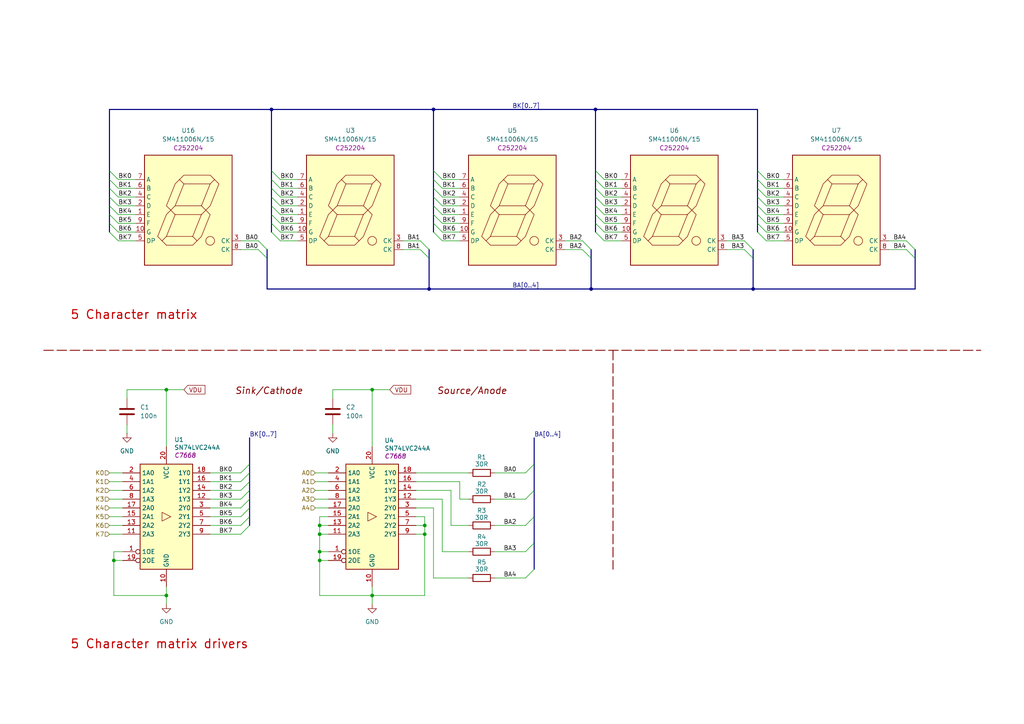
<source format=kicad_sch>
(kicad_sch (version 20250114) (generator "eeschema") (generator_version "9.0")
  (paper "A4")
  (title_block (title "5 Character Matrix & Drivers ") (date "2025-10-19") (rev "v0.0") (company "Rajath Katker") (comment 4 "Final verification pending"))
  (lib_symbols
    (symbol "74xx:74AHC244"
      (property "Reference" "U" (at -7.62 16.51 0))
      (property "Value" "74AHC244" (at -7.62 -16.51 0))
      (symbol "74AHC244_1_0"
        (polyline (pts (xy 1.27 0) (xy -1.27 1.27) (xy -1.27 -1.27) (xy 1.27 0)) (stroke (width 0.1524)))
        (pin input line (at -12.7 12.7 0) (length 5.08) (name "1A0") (number "2"))
        (pin input line (at -12.7 10.16 0) (length 5.08) (name "1A1") (number "4"))
        (pin input line (at -12.7 7.62 0) (length 5.08) (name "1A2") (number "6"))
        (pin input line (at -12.7 5.08 0) (length 5.08) (name "1A3") (number "8"))
        (pin input line (at -12.7 2.54 0) (length 5.08) (name "2A0") (number "17"))
        (pin input line (at -12.7 0 0) (length 5.08) (name "2A1") (number "15"))
        (pin input line (at -12.7 -2.54 0) (length 5.08) (name "2A2") (number "13"))
        (pin input line (at -12.7 -5.08 0) (length 5.08) (name "2A3") (number "11"))
        (pin input inverted (at -12.7 -10.16 0) (length 5.08) (name "1OE") (number "1"))
        (pin input inverted (at -12.7 -12.7 0) (length 5.08) (name "2OE") (number "19"))
        (pin power_in line (at 0 20.32 270) (length 5.08) (name "VCC") (number "20"))
        (pin power_in line (at 0 -20.32 90) (length 5.08) (name "GND") (number "10"))
        (pin tri_state line (at 12.7 12.7 180) (length 5.08) (name "1Y0") (number "18"))
        (pin tri_state line (at 12.7 10.16 180) (length 5.08) (name "1Y1") (number "16"))
        (pin tri_state line (at 12.7 7.62 180) (length 5.08) (name "1Y2") (number "14"))
        (pin tri_state line (at 12.7 5.08 180) (length 5.08) (name "1Y3") (number "12"))
        (pin tri_state line (at 12.7 2.54 180) (length 5.08) (name "2Y0") (number "3"))
        (pin tri_state line (at 12.7 0 180) (length 5.08) (name "2Y1") (number "5"))
        (pin tri_state line (at 12.7 -2.54 180) (length 5.08) (name "2Y2") (number "7"))
        (pin tri_state line (at 12.7 -5.08 180) (length 5.08) (name "2Y3") (number "9"))
      )
      (symbol "74AHC244_1_1"
        (rectangle (start -7.62 15.24) (end 7.62 -15.24) (stroke (width 0.254)) (fill (type background)))
      )
    )
    (symbol "Device:C" (pin_numbers (hide yes)) (pin_names (offset 0.254))
      (property "Reference" "C" (at 0.635 2.54 0))
      (property "Value" "C" (at 0.635 -2.54 0))
      (symbol "C_0_1"
        (polyline (pts (xy -2.032 0.762) (xy 2.032 0.762)) (stroke (width 0.508)))
        (polyline (pts (xy -2.032 -0.762) (xy 2.032 -0.762)) (stroke (width 0.508)))
      )
      (symbol "C_1_1"
        (pin passive line (at 0 3.81 270) (length 2.794) (name "~") (number "1"))
        (pin passive line (at 0 -3.81 90) (length 2.794) (name "~") (number "2"))
      )
    )
    (symbol "Device:R" (pin_numbers (hide yes)) (pin_names (offset 0))
      (property "Reference" "R" (at 2.032 0 90))
      (property "Value" "R" (at 0 0 90))
      (symbol "R_0_1"
        (rectangle (start -1.016 -2.54) (end 1.016 2.54) (stroke (width 0.254)))
      )
      (symbol "R_1_1"
        (pin passive line (at 0 3.81 270) (length 1.27) (name "~") (number "1"))
        (pin passive line (at 0 -3.81 90) (length 1.27) (name "~") (number "2"))
      )
    )
    (symbol "power:GND" (power) (pin_numbers (hide yes)) (pin_names (offset 0) (hide yes))
      (property "Value" "GND" (at 0 -3.81 0))
      (symbol "GND_0_1"
        (polyline (pts (xy 0 0) (xy 0 -1.27) (xy 1.27 -1.27) (xy 0 -2.54) (xy -1.27 -1.27) (xy 0 -1.27)))
      )
      (symbol "GND_1_1"
        (pin power_in line (at 0 0 270) (length 0) (name "~") (number "1"))
      )
    )
    (symbol "precision_clock:SM411006N/15"
      (property "Reference" "U" (at 0 21.844 0))
      (property "Value" "SM411006N/15" (at 0 19.812 0))
      (symbol "SM411006N/15_0_1"
        (polyline (pts (xy -7.62 -8.89) (xy -6.35 -7.62)))
        (polyline (pts (xy -7.62 -8.89) (xy -6.35 -10.16)))
        (polyline (pts (xy -6.35 -7.62) (xy -3.81 -1.27)))
        (polyline (pts (xy -6.35 -7.62) (xy 1.27 -7.62)))
        (polyline (pts (xy -6.35 -10.16) (xy 1.27 -10.16) (xy 2.54 -8.89)))
        (polyline (pts (xy -5.08 0) (xy -6.35 -1.27) (xy -8.89 -7.62) (xy -7.62 -8.89)))
        (polyline (pts (xy -3.81 1.27) (xy -5.08 0)))
        (polyline (pts (xy -3.81 1.27) (xy 3.81 1.27)))
        (polyline (pts (xy -3.81 -1.27) (xy -5.08 0)))
        (polyline (pts (xy -3.81 -1.27) (xy 3.81 -1.27)))
        (polyline (pts (xy -2.54 8.89) (xy -3.81 7.62) (xy -6.35 1.27) (xy -5.08 0)))
        (polyline (pts (xy 1.27 -7.62) (xy 2.54 -8.89)))
        (polyline (pts (xy 2.54 -8.89) (xy 3.81 -7.62) (xy 6.35 -1.27) (xy 5.08 0)))
        (polyline (pts (xy 3.81 1.27) (xy 5.08 0)))
        (polyline (pts (xy 3.81 -1.27) (xy 1.27 -7.62)))
        (polyline (pts (xy 5.08 0) (xy 3.81 -1.27)))
        (polyline (pts (xy 5.08 0) (xy 6.35 1.27) (xy 8.89 7.62) (xy 7.62 8.89)))
        (polyline (pts (xy 6.35 7.62) (xy 3.81 1.27)))
        (polyline (pts (xy 6.35 7.62) (xy -1.27 7.62) (xy -3.81 1.27)))
        (polyline (pts (xy 6.35 7.62) (xy 7.62 8.89) (xy 6.35 10.16) (xy -1.27 10.16) (xy -2.54 8.89) (xy -1.27 7.62)))
        (circle (center 6.35 -8.89) (radius 1.27))
      )
      (symbol "SM411006N/15_1_1"
        (rectangle (start -12.7 15.9543) (end 12.7 -15.9544) (stroke (width 0.254)) (fill (type color) (color 255 255 194 1)))
        (pin input line (at -15.24 8.89 0) (length 2.54) (name "A") (number "7"))
        (pin input line (at -15.24 6.35 0) (length 2.54) (name "B") (number "6"))
        (pin input line (at -15.24 3.81 0) (length 2.54) (name "C") (number "4"))
        (pin input line (at -15.24 1.27 0) (length 2.54) (name "D") (number "2"))
        (pin input line (at -15.24 -1.27 0) (length 2.54) (name "E") (number "1"))
        (pin input line (at -15.24 -3.81 0) (length 2.54) (name "F") (number "9"))
        (pin input line (at -15.24 -6.35 0) (length 2.54) (name "G") (number "10"))
        (pin input line (at -15.24 -8.89 0) (length 2.54) (name "DP") (number "5"))
        (pin input line (at 15.24 -8.89 180) (length 2.54) (name "CK") (number "3"))
        (pin input line (at 15.24 -11.43 180) (length 2.54) (name "CK") (number "8"))
      )
    )
  )
  (text "Sink/Cathode " (at 78.74 113.538 0) (effects (font (size 1.905 1.905) (thickness 0.2381) (italic yes))))
  (text "5 Character matrix" (at 20.32 91.44 0) (effects (font (size 2.54 2.54) (thickness 0.3175)) (justify left)))
  (text "5 Character matrix drivers " (at 20.32 186.944 0) (effects (font (size 2.54 2.54) (thickness 0.3175)) (justify left)))
  (text "Source/Anode" (at 136.906 113.538 0) (effects (font (size 1.905 1.905) (thickness 0.2381) (italic yes))))
  (junction (at 107.95 172.72))
  (junction (at 92.71 160.02))
  (junction (at 48.26 113.03))
  (junction (at 92.71 162.56))
  (junction (at 172.72 31.75))
  (junction (at 125.73 31.75))
  (junction (at 92.71 152.4))
  (junction (at 123.19 154.94))
  (junction (at 123.19 152.4))
  (junction (at 92.71 154.94))
  (junction (at 78.74 31.75))
  (junction (at 218.44 83.82))
  (junction (at 33.02 162.56))
  (junction (at 107.95 113.03))
  (junction (at 48.26 172.72))
  (junction (at 171.45 83.82))
  (junction (at 124.46 83.82))
  (bus_entry (at 154.94 134.62) (size -2.54 2.54))
  (bus_entry (at 72.39 149.86) (size -2.54 2.54))
  (bus_entry (at 31.75 67.31) (size 2.54 2.54))
  (bus_entry (at 172.72 49.53) (size 2.54 2.54))
  (bus_entry (at 218.44 74.93) (size -2.54 -2.54))
  (bus_entry (at 154.94 165.1) (size -2.54 2.54))
  (bus_entry (at 172.72 57.15) (size 2.54 2.54))
  (bus_entry (at 72.39 144.78) (size -2.54 2.54))
  (bus_entry (at 31.75 52.07) (size 2.54 2.54))
  (bus_entry (at 154.94 142.24) (size -2.54 2.54))
  (bus_entry (at 72.39 147.32) (size -2.54 2.54))
  (bus_entry (at 124.46 74.93) (size -2.54 -2.54))
  (bus_entry (at 172.72 67.31) (size 2.54 2.54))
  (bus_entry (at 172.72 62.23) (size 2.54 2.54))
  (bus_entry (at 124.46 72.39) (size -2.54 -2.54))
  (bus_entry (at 78.74 62.23) (size 2.54 2.54))
  (bus_entry (at 31.75 64.77) (size 2.54 2.54))
  (bus_entry (at 78.74 59.69) (size 2.54 2.54))
  (bus_entry (at 31.75 54.61) (size 2.54 2.54))
  (bus_entry (at 154.94 149.86) (size -2.54 2.54))
  (bus_entry (at 78.74 52.07) (size 2.54 2.54))
  (bus_entry (at 219.71 62.23) (size 2.54 2.54))
  (bus_entry (at 125.73 57.15) (size 2.54 2.54))
  (bus_entry (at 78.74 64.77) (size 2.54 2.54))
  (bus_entry (at 72.39 152.4) (size -2.54 2.54))
  (bus_entry (at 77.47 74.93) (size -2.54 -2.54))
  (bus_entry (at 125.73 62.23) (size 2.54 2.54))
  (bus_entry (at 72.39 134.62) (size -2.54 2.54))
  (bus_entry (at 172.72 64.77) (size 2.54 2.54))
  (bus_entry (at 172.72 54.61) (size 2.54 2.54))
  (bus_entry (at 219.71 52.07) (size 2.54 2.54))
  (bus_entry (at 219.71 59.69) (size 2.54 2.54))
  (bus_entry (at 172.72 59.69) (size 2.54 2.54))
  (bus_entry (at 78.74 49.53) (size 2.54 2.54))
  (bus_entry (at 171.45 72.39) (size -2.54 -2.54))
  (bus_entry (at 31.75 49.53) (size 2.54 2.54))
  (bus_entry (at 72.39 137.16) (size -2.54 2.54))
  (bus_entry (at 125.73 59.69) (size 2.54 2.54))
  (bus_entry (at 219.71 49.53) (size 2.54 2.54))
  (bus_entry (at 218.44 72.39) (size -2.54 -2.54))
  (bus_entry (at 125.73 52.07) (size 2.54 2.54))
  (bus_entry (at 31.75 57.15) (size 2.54 2.54))
  (bus_entry (at 125.73 49.53) (size 2.54 2.54))
  (bus_entry (at 219.71 64.77) (size 2.54 2.54))
  (bus_entry (at 172.72 52.07) (size 2.54 2.54))
  (bus_entry (at 219.71 67.31) (size 2.54 2.54))
  (bus_entry (at 77.47 72.39) (size -2.54 -2.54))
  (bus_entry (at 219.71 54.61) (size 2.54 2.54))
  (bus_entry (at 78.74 57.15) (size 2.54 2.54))
  (bus_entry (at 171.45 74.93) (size -2.54 -2.54))
  (bus_entry (at 125.73 67.31) (size 2.54 2.54))
  (bus_entry (at 154.94 157.48) (size -2.54 2.54))
  (bus_entry (at 219.71 57.15) (size 2.54 2.54))
  (bus_entry (at 72.39 139.7) (size -2.54 2.54))
  (bus_entry (at 125.73 54.61) (size 2.54 2.54))
  (bus_entry (at 78.74 67.31) (size 2.54 2.54))
  (bus_entry (at 72.39 142.24) (size -2.54 2.54))
  (bus_entry (at 31.75 59.69) (size 2.54 2.54))
  (bus_entry (at 265.43 72.39) (size -2.54 -2.54))
  (bus_entry (at 265.43 74.93) (size -2.54 -2.54))
  (bus_entry (at 125.73 64.77) (size 2.54 2.54))
  (bus_entry (at 31.75 62.23) (size 2.54 2.54))
  (bus_entry (at 78.74 54.61) (size 2.54 2.54))
  (wire (pts (xy 31.75 137.16) (xy 35.56 137.16)))
  (wire (pts (xy 60.96 147.32) (xy 69.85 147.32)))
  (wire (pts (xy 128.27 62.23) (xy 133.35 62.23)))
  (wire (pts (xy 91.44 139.7) (xy 95.25 139.7)))
  (bus (pts (xy 125.73 49.53) (xy 125.73 52.07)))
  (wire (pts (xy 36.83 115.57) (xy 36.83 113.03)))
  (wire (pts (xy 222.25 52.07) (xy 227.33 52.07)))
  (wire (pts (xy 210.82 69.85) (xy 215.9 69.85)))
  (bus (pts (xy 219.71 52.07) (xy 219.71 54.61)))
  (wire (pts (xy 81.28 67.31) (xy 86.36 67.31)))
  (bus (pts (xy 154.94 134.62) (xy 154.94 142.24)))
  (wire (pts (xy 92.71 162.56) (xy 95.25 162.56)))
  (wire (pts (xy 33.02 172.72) (xy 48.26 172.72)))
  (wire (pts (xy 175.26 67.31) (xy 180.34 67.31)))
  (wire (pts (xy 81.28 57.15) (xy 86.36 57.15)))
  (wire (pts (xy 128.27 64.77) (xy 133.35 64.77)))
  (bus (pts (xy 172.72 59.69) (xy 172.72 62.23)))
  (bus (pts (xy 77.47 74.93) (xy 77.47 83.82)))
  (wire (pts (xy 81.28 62.23) (xy 86.36 62.23)))
  (bus (pts (xy 78.74 57.15) (xy 78.74 59.69)))
  (wire (pts (xy 128.27 54.61) (xy 133.35 54.61)))
  (wire (pts (xy 96.52 123.19) (xy 96.52 125.73)))
  (wire (pts (xy 31.75 147.32) (xy 35.56 147.32)))
  (wire (pts (xy 128.27 69.85) (xy 133.35 69.85)))
  (bus (pts (xy 124.46 74.93) (xy 124.46 83.82)))
  (wire (pts (xy 92.71 152.4) (xy 92.71 149.86)))
  (wire (pts (xy 60.96 154.94) (xy 69.85 154.94)))
  (bus (pts (xy 77.47 83.82) (xy 124.46 83.82)))
  (wire (pts (xy 257.81 72.39) (xy 262.89 72.39)))
  (bus (pts (xy 124.46 72.39) (xy 124.46 74.93)))
  (wire (pts (xy 163.83 69.85) (xy 168.91 69.85)))
  (wire (pts (xy 92.71 154.94) (xy 95.25 154.94)))
  (wire (pts (xy 128.27 144.78) (xy 128.27 160.02)))
  (wire (pts (xy 91.44 142.24) (xy 95.25 142.24)))
  (wire (pts (xy 48.26 172.72) (xy 48.26 175.26)))
  (bus (pts (xy 31.75 62.23) (xy 31.75 64.77)))
  (wire (pts (xy 120.65 149.86) (xy 123.19 149.86)))
  (bus (pts (xy 218.44 74.93) (xy 218.44 83.82)))
  (wire (pts (xy 107.95 113.03) (xy 107.95 129.54)))
  (wire (pts (xy 81.28 69.85) (xy 86.36 69.85)))
  (wire (pts (xy 60.96 137.16) (xy 69.85 137.16)))
  (bus (pts (xy 31.75 59.69) (xy 31.75 62.23)))
  (wire (pts (xy 34.29 69.85) (xy 39.37 69.85)))
  (wire (pts (xy 175.26 54.61) (xy 180.34 54.61)))
  (wire (pts (xy 210.82 72.39) (xy 215.9 72.39)))
  (wire (pts (xy 123.19 152.4) (xy 123.19 154.94)))
  (wire (pts (xy 175.26 52.07) (xy 180.34 52.07)))
  (bus (pts (xy 154.94 149.86) (xy 154.94 157.48)))
  (wire (pts (xy 107.95 172.72) (xy 107.95 175.26)))
  (bus (pts (xy 219.71 49.53) (xy 219.71 52.07)))
  (bus (pts (xy 78.74 59.69) (xy 78.74 62.23)))
  (wire (pts (xy 128.27 59.69) (xy 133.35 59.69)))
  (wire (pts (xy 36.83 123.19) (xy 36.83 125.73)))
  (bus (pts (xy 125.73 62.23) (xy 125.73 64.77)))
  (bus (pts (xy 72.39 127) (xy 72.39 134.62)))
  (bus (pts (xy 78.74 52.07) (xy 78.74 54.61)))
  (wire (pts (xy 222.25 69.85) (xy 227.33 69.85)))
  (wire (pts (xy 81.28 52.07) (xy 86.36 52.07)))
  (wire (pts (xy 123.19 149.86) (xy 123.19 152.4)))
  (wire (pts (xy 34.29 62.23) (xy 39.37 62.23)))
  (bus (pts (xy 219.71 64.77) (xy 219.71 67.31)))
  (bus (pts (xy 31.75 31.75) (xy 31.75 49.53)))
  (wire (pts (xy 125.73 147.32) (xy 125.73 167.64)))
  (wire (pts (xy 33.02 162.56) (xy 33.02 172.72)))
  (wire (pts (xy 31.75 152.4) (xy 35.56 152.4)))
  (bus (pts (xy 72.39 144.78) (xy 72.39 147.32)))
  (bus (pts (xy 124.46 83.82) (xy 171.45 83.82)))
  (bus (pts (xy 219.71 62.23) (xy 219.71 64.77)))
  (wire (pts (xy 128.27 57.15) (xy 133.35 57.15)))
  (wire (pts (xy 116.84 69.85) (xy 121.92 69.85)))
  (wire (pts (xy 92.71 172.72) (xy 107.95 172.72)))
  (wire (pts (xy 120.65 152.4) (xy 123.19 152.4)))
  (wire (pts (xy 222.25 64.77) (xy 227.33 64.77)))
  (wire (pts (xy 36.83 113.03) (xy 48.26 113.03)))
  (bus (pts (xy 154.94 142.24) (xy 154.94 149.86)))
  (bus (pts (xy 219.71 31.75) (xy 219.71 49.53)))
  (wire (pts (xy 175.26 69.85) (xy 180.34 69.85)))
  (bus (pts (xy 172.72 31.75) (xy 172.72 49.53)))
  (wire (pts (xy 34.29 54.61) (xy 39.37 54.61)))
  (wire (pts (xy 31.75 144.78) (xy 35.56 144.78)))
  (wire (pts (xy 92.71 154.94) (xy 92.71 152.4)))
  (wire (pts (xy 91.44 144.78) (xy 95.25 144.78)))
  (bus (pts (xy 78.74 62.23) (xy 78.74 64.77)))
  (wire (pts (xy 96.52 115.57) (xy 96.52 113.03)))
  (wire (pts (xy 222.25 59.69) (xy 227.33 59.69)))
  (wire (pts (xy 128.27 67.31) (xy 133.35 67.31)))
  (wire (pts (xy 120.65 147.32) (xy 125.73 147.32)))
  (wire (pts (xy 31.75 142.24) (xy 35.56 142.24)))
  (bus (pts (xy 78.74 64.77) (xy 78.74 67.31)))
  (wire (pts (xy 92.71 160.02) (xy 92.71 154.94)))
  (wire (pts (xy 92.71 149.86) (xy 95.25 149.86)))
  (wire (pts (xy 123.19 172.72) (xy 107.95 172.72)))
  (bus (pts (xy 72.39 142.24) (xy 72.39 144.78)))
  (bus (pts (xy 72.39 139.7) (xy 72.39 142.24)))
  (wire (pts (xy 81.28 64.77) (xy 86.36 64.77)))
  (wire (pts (xy 175.26 62.23) (xy 180.34 62.23)))
  (wire (pts (xy 120.65 139.7) (xy 133.35 139.7)))
  (bus (pts (xy 172.72 62.23) (xy 172.72 64.77)))
  (bus (pts (xy 31.75 31.75) (xy 78.74 31.75)))
  (bus (pts (xy 218.44 72.39) (xy 218.44 74.93)))
  (wire (pts (xy 143.51 160.02) (xy 152.4 160.02)))
  (bus (pts (xy 125.73 64.77) (xy 125.73 67.31)))
  (bus (pts (xy 72.39 137.16) (xy 72.39 139.7)))
  (wire (pts (xy 69.85 72.39) (xy 74.93 72.39)))
  (bus (pts (xy 219.71 59.69) (xy 219.71 62.23)))
  (wire (pts (xy 120.65 154.94) (xy 123.19 154.94)))
  (bus (pts (xy 78.74 31.75) (xy 125.73 31.75)))
  (wire (pts (xy 34.29 59.69) (xy 39.37 59.69)))
  (wire (pts (xy 143.51 137.16) (xy 152.4 137.16)))
  (bus (pts (xy 172.72 49.53) (xy 172.72 52.07)))
  (polyline (pts (xy 12.7 101.6) (xy 284.48 101.6)) (stroke (width 0.254) (type dash) (color 132 0 0 1)))
  (bus (pts (xy 219.71 57.15) (xy 219.71 59.69)))
  (wire (pts (xy 257.81 69.85) (xy 262.89 69.85)))
  (bus (pts (xy 77.47 72.39) (xy 77.47 74.93)))
  (wire (pts (xy 175.26 57.15) (xy 180.34 57.15)))
  (bus (pts (xy 265.43 83.82) (xy 265.43 74.93)))
  (wire (pts (xy 113.03 113.03) (xy 107.95 113.03)))
  (wire (pts (xy 31.75 139.7) (xy 35.56 139.7)))
  (wire (pts (xy 120.65 137.16) (xy 135.89 137.16)))
  (wire (pts (xy 128.27 52.07) (xy 133.35 52.07)))
  (wire (pts (xy 175.26 59.69) (xy 180.34 59.69)))
  (bus (pts (xy 31.75 54.61) (xy 31.75 57.15)))
  (bus (pts (xy 172.72 64.77) (xy 172.72 67.31)))
  (bus (pts (xy 72.39 149.86) (xy 72.39 152.4)))
  (wire (pts (xy 81.28 59.69) (xy 86.36 59.69)))
  (wire (pts (xy 33.02 160.02) (xy 33.02 162.56)))
  (wire (pts (xy 222.25 62.23) (xy 227.33 62.23)))
  (wire (pts (xy 92.71 160.02) (xy 92.71 162.56)))
  (wire (pts (xy 60.96 149.86) (xy 69.85 149.86)))
  (wire (pts (xy 95.25 160.02) (xy 92.71 160.02)))
  (bus (pts (xy 31.75 64.77) (xy 31.75 67.31)))
  (bus (pts (xy 125.73 59.69) (xy 125.73 62.23)))
  (bus (pts (xy 78.74 31.75) (xy 78.74 49.53)))
  (bus (pts (xy 125.73 31.75) (xy 125.73 49.53)))
  (wire (pts (xy 34.29 64.77) (xy 39.37 64.77)))
  (wire (pts (xy 53.34 113.03) (xy 48.26 113.03)))
  (polyline (pts (xy 177.8 101.6) (xy 177.8 165.1)) (stroke (width 0.254) (type dash) (color 132 0 0 1)))
  (wire (pts (xy 222.25 57.15) (xy 227.33 57.15)))
  (bus (pts (xy 172.72 57.15) (xy 172.72 59.69)))
  (wire (pts (xy 120.65 144.78) (xy 128.27 144.78)))
  (wire (pts (xy 143.51 144.78) (xy 152.4 144.78)))
  (wire (pts (xy 34.29 57.15) (xy 39.37 57.15)))
  (wire (pts (xy 130.81 152.4) (xy 135.89 152.4)))
  (wire (pts (xy 48.26 113.03) (xy 48.26 129.54)))
  (wire (pts (xy 60.96 139.7) (xy 69.85 139.7)))
  (bus (pts (xy 125.73 57.15) (xy 125.73 59.69)))
  (bus (pts (xy 125.73 54.61) (xy 125.73 57.15)))
  (wire (pts (xy 69.85 69.85) (xy 74.93 69.85)))
  (wire (pts (xy 123.19 154.94) (xy 123.19 172.72)))
  (wire (pts (xy 31.75 154.94) (xy 35.56 154.94)))
  (bus (pts (xy 125.73 52.07) (xy 125.73 54.61)))
  (wire (pts (xy 34.29 67.31) (xy 39.37 67.31)))
  (wire (pts (xy 143.51 167.64) (xy 152.4 167.64)))
  (wire (pts (xy 33.02 162.56) (xy 35.56 162.56)))
  (wire (pts (xy 60.96 152.4) (xy 69.85 152.4)))
  (wire (pts (xy 92.71 152.4) (xy 95.25 152.4)))
  (bus (pts (xy 125.73 31.75) (xy 172.72 31.75)))
  (bus (pts (xy 31.75 52.07) (xy 31.75 54.61)))
  (wire (pts (xy 96.52 113.03) (xy 107.95 113.03)))
  (wire (pts (xy 125.73 167.64) (xy 135.89 167.64)))
  (bus (pts (xy 219.71 54.61) (xy 219.71 57.15)))
  (bus (pts (xy 265.43 72.39) (xy 265.43 74.93)))
  (wire (pts (xy 130.81 142.24) (xy 130.81 152.4)))
  (wire (pts (xy 175.26 64.77) (xy 180.34 64.77)))
  (wire (pts (xy 60.96 144.78) (xy 69.85 144.78)))
  (bus (pts (xy 154.94 127) (xy 154.94 134.62)))
  (wire (pts (xy 35.56 160.02) (xy 33.02 160.02)))
  (bus (pts (xy 218.44 83.82) (xy 265.43 83.82)))
  (wire (pts (xy 31.75 149.86) (xy 35.56 149.86)))
  (wire (pts (xy 128.27 160.02) (xy 135.89 160.02)))
  (wire (pts (xy 91.44 147.32) (xy 95.25 147.32)))
  (bus (pts (xy 171.45 83.82) (xy 218.44 83.82)))
  (wire (pts (xy 92.71 162.56) (xy 92.71 172.72)))
  (bus (pts (xy 172.72 54.61) (xy 172.72 57.15)))
  (bus (pts (xy 31.75 49.53) (xy 31.75 52.07)))
  (wire (pts (xy 222.25 54.61) (xy 227.33 54.61)))
  (bus (pts (xy 172.72 31.75) (xy 219.71 31.75)))
  (bus (pts (xy 154.94 157.48) (xy 154.94 165.1)))
  (bus (pts (xy 172.72 52.07) (xy 172.72 54.61)))
  (bus (pts (xy 171.45 72.39) (xy 171.45 74.93)))
  (wire (pts (xy 91.44 137.16) (xy 95.25 137.16)))
  (wire (pts (xy 81.28 54.61) (xy 86.36 54.61)))
  (wire (pts (xy 133.35 144.78) (xy 135.89 144.78)))
  (wire (pts (xy 116.84 72.39) (xy 121.92 72.39)))
  (bus (pts (xy 72.39 147.32) (xy 72.39 149.86)))
  (wire (pts (xy 60.96 142.24) (xy 69.85 142.24)))
  (bus (pts (xy 78.74 54.61) (xy 78.74 57.15)))
  (wire (pts (xy 48.26 170.18) (xy 48.26 172.72)))
  (wire (pts (xy 133.35 139.7) (xy 133.35 144.78)))
  (bus (pts (xy 171.45 74.93) (xy 171.45 83.82)))
  (wire (pts (xy 222.25 67.31) (xy 227.33 67.31)))
  (bus (pts (xy 78.74 49.53) (xy 78.74 52.07)))
  (wire (pts (xy 163.83 72.39) (xy 168.91 72.39)))
  (wire (pts (xy 34.29 52.07) (xy 39.37 52.07)))
  (wire (pts (xy 107.95 170.18) (xy 107.95 172.72)))
  (wire (pts (xy 143.51 152.4) (xy 152.4 152.4)))
  (wire (pts (xy 120.65 142.24) (xy 130.81 142.24)))
  (bus (pts (xy 31.75 57.15) (xy 31.75 59.69)))
  (bus (pts (xy 72.39 134.62) (xy 72.39 137.16)))
  (label "BK4" (at 175.26 62.23 0))
  (label "BA2" (at 146.05 152.4 0))
  (label "BK7" (at 175.26 69.85 0))
  (label "BK4" (at 128.27 62.23 0))
  (label "BK0" (at 128.27 52.07 0))
  (label "BA3" (at 146.05 160.02 0))
  (label "BK1" (at 128.27 54.61 0))
  (label "BA[0..4]" (at 148.59 83.82 0))
  (label "BK2" (at 128.27 57.15 0))
  (label "BK6" (at 128.27 67.31 0))
  (label "BK[0..7]" (at 148.59 31.75 0))
  (label "BK6" (at 81.28 67.31 0))
  (label "BK1" (at 63.5 139.7 0))
  (label "BA1" (at 118.11 72.39 0))
  (label "BK3" (at 81.28 59.69 0))
  (label "BK3" (at 34.29 59.69 0))
  (label "BK2" (at 175.26 57.15 0))
  (label "BK3" (at 222.25 59.69 0))
  (label "BA2" (at 165.1 72.39 0))
  (label "BK7" (at 81.28 69.85 0))
  (label "BA[0..4]" (at 154.94 127 0))
  (label "BK1" (at 175.26 54.61 0))
  (label "BK7" (at 222.25 69.85 0))
  (label "BA0" (at 71.12 69.85 0))
  (label "BA4" (at 146.05 167.64 0))
  (label "BK5" (at 222.25 64.77 0))
  (label "BK0" (at 175.26 52.07 0))
  (label "BA1" (at 146.05 144.78 0))
  (label "BK5" (at 81.28 64.77 0))
  (label "BK5" (at 128.27 64.77 0))
  (label "BK1" (at 222.25 54.61 0))
  (label "BA2" (at 165.1 69.85 0))
  (label "BA4" (at 259.08 72.39 0))
  (label "BK[0..7]" (at 72.39 127 0))
  (label "BK6" (at 175.26 67.31 0))
  (label "BK1" (at 34.29 54.61 0))
  (label "BK5" (at 175.26 64.77 0))
  (label "BK6" (at 222.25 67.31 0))
  (label "BA0" (at 71.12 72.39 0))
  (label "BK0" (at 63.5 137.16 0))
  (label "BA3" (at 212.09 72.39 0))
  (label "BK3" (at 63.5 144.78 0))
  (label "BK2" (at 81.28 57.15 0))
  (label "BA4" (at 259.08 69.85 0))
  (label "BK7" (at 128.27 69.85 0))
  (label "BK1" (at 81.28 54.61 0))
  (label "BK2" (at 63.5 142.24 0))
  (label "BK3" (at 175.26 59.69 0))
  (label "BK3" (at 128.27 59.69 0))
  (label "BA0" (at 146.05 137.16 0))
  (label "BK2" (at 222.25 57.15 0))
  (label "BK0" (at 81.28 52.07 0))
  (label "BK0" (at 34.29 52.07 0))
  (label "BK7" (at 63.5 154.94 0))
  (label "BA1" (at 118.11 69.85 0))
  (label "BK2" (at 34.29 57.15 0))
  (label "BK7" (at 34.29 69.85 0))
  (label "BK4" (at 34.29 62.23 0))
  (label "BK4" (at 222.25 62.23 0))
  (label "BK0" (at 222.25 52.07 0))
  (label "BK5" (at 63.5 149.86 0))
  (label "BK5" (at 34.29 64.77 0))
  (label "BK6" (at 34.29 67.31 0))
  (label "BK6" (at 63.5 152.4 0))
  (label "BK4" (at 63.5 147.32 0))
  (label "BK4" (at 81.28 62.23 0))
  (label "BA3" (at 212.09 69.85 0))
  (global_label "VDU" (shape input) (at 113.03 113.03 0) (property "Intersheetrefs" "${INTERSHEET_REFS}" (effects (hide yes))))
  (global_label "VDU" (shape input) (at 53.34 113.03 0) (property "Intersheetrefs" "${INTERSHEET_REFS}" (effects (hide yes))))
  (hierarchical_label "A2" (shape input) (at 91.44 142.24 180))
  (hierarchical_label "K2" (shape input) (at 31.75 142.24 180))
  (hierarchical_label "K7" (shape input) (at 31.75 154.94 180))
  (hierarchical_label "A0" (shape input) (at 91.44 137.16 180))
  (hierarchical_label "K3" (shape input) (at 31.75 144.78 180))
  (hierarchical_label "A3" (shape input) (at 91.44 144.78 180))
  (hierarchical_label "A1" (shape input) (at 91.44 139.7 180))
  (hierarchical_label "K5" (shape input) (at 31.75 149.86 180))
  (hierarchical_label "K1" (shape input) (at 31.75 139.7 180))
  (hierarchical_label "K6" (shape input) (at 31.75 152.4 180))
  (hierarchical_label "K0" (shape input) (at 31.75 137.16 180))
  (hierarchical_label "K4" (shape input) (at 31.75 147.32 180))
  (hierarchical_label "A4" (shape input) (at 91.44 147.32 180))
  (symbol (lib_id "Device:R") (at 139.7 160.02 90) (unit 1)
    (property "Reference" "R4" (at 139.7 155.702 90))
    (property "Value" "30R" (at 139.7 157.734 90))
    (property "Description" "Resistor" (effects (hide yes)))
    (instances (project "Precision Clock" (path "" (reference "R4") (unit 1)) (path "" (reference "R9") (unit 1))))
  )
  (symbol (lib_id "precision_clock:SM411006N/15") (at 101.6 60.96 0) (unit 1)
    (property "Reference" "U3" (at 101.6 37.846 0))
    (property "Value" "SM411006N/15" (at 101.6 40.386 0))
    (property "Footprint" "precision_clock:SM411006N15" (effects (hide yes)))
    (property "Datasheet" "https://www.lcsc.com/datasheet/C252204.pdf" (effects (hide yes)))
    (property "Description" "25.4 mm (1.0 inch) Single Digit Numeric Display" (effects (hide yes)))
    (property "LCSC" "C252204" (at 101.6 42.926 0))
    (instances (project "Precision Clock" (path "" (reference "U3") (unit 1)) (path "" (reference "U10") (unit 1))))
  )
  (symbol (lib_id "Device:C") (at 36.83 119.38 0) (unit 1)
    (property "Reference" "C1" (at 40.64 118.1099 0) (effects (justify left)))
    (property "Value" "100n" (at 40.64 120.6499 0) (effects (justify left)))
    (property "Description" "Unpolarized capacitor" (effects (hide yes)))
    (instances (project "Precision Clock" (path "" (reference "C1") (unit 1)) (path "" (reference "C3") (unit 1))))
  )
  (symbol (lib_id "Device:C") (at 96.52 119.38 0) (unit 1)
    (property "Reference" "C2" (at 100.33 118.1099 0) (effects (justify left)))
    (property "Value" "100n" (at 100.33 120.6499 0) (effects (justify left)))
    (property "Description" "Unpolarized capacitor" (effects (hide yes)))
    (instances (project "Precision Clock" (path "" (reference "C2") (unit 1)) (path "" (reference "C4") (unit 1))))
  )
  (symbol (lib_id "precision_clock:SM411006N/15") (at 195.58 60.96 0) (unit 1)
    (property "Reference" "U6" (at 195.58 37.846 0))
    (property "Value" "SM411006N/15" (at 195.58 40.386 0))
    (property "Footprint" "precision_clock:SM411006N15" (effects (hide yes)))
    (property "Datasheet" "https://www.lcsc.com/datasheet/C252204.pdf" (effects (hide yes)))
    (property "Description" "25.4 mm (1.0 inch) Single Digit Numeric Display" (effects (hide yes)))
    (property "LCSC" "C252204" (at 195.58 42.926 0))
    (instances (project "Precision Clock" (path "" (reference "U6") (unit 1)) (path "" (reference "U13") (unit 1))))
  )
  (symbol (lib_id "power:GND") (at 36.83 125.73 0) (unit 1)
    (property "Reference" "#PWR01" (effects (hide yes)))
    (property "Value" "GND" (at 36.83 130.81 0))
    (property "Description" "Power symbol creates a global label with name \"GND\" , ground" (effects (hide yes)))
    (instances (project "Precision Clock" (path "" (reference "#PWR01") (unit 1)) (path "" (reference "#PWR05") (unit 1))))
  )
  (symbol (lib_id "Device:R") (at 139.7 144.78 90) (unit 1)
    (property "Reference" "R2" (at 139.7 140.462 90))
    (property "Value" "30R" (at 139.7 142.494 90))
    (property "Description" "Resistor" (effects (hide yes)))
    (instances (project "Precision Clock" (path "" (reference "R2") (unit 1)) (path "" (reference "R7") (unit 1))))
  )
  (symbol (lib_id "precision_clock:SM411006N/15") (at 148.59 60.96 0) (unit 1)
    (property "Reference" "U5" (at 148.59 37.846 0))
    (property "Value" "SM411006N/15" (at 148.59 40.386 0))
    (property "Footprint" "precision_clock:SM411006N15" (effects (hide yes)))
    (property "Datasheet" "https://www.lcsc.com/datasheet/C252204.pdf" (effects (hide yes)))
    (property "Description" "25.4 mm (1.0 inch) Single Digit Numeric Display" (effects (hide yes)))
    (property "LCSC" "C252204" (at 148.59 42.926 0))
    (instances (project "Precision Clock" (path "" (reference "U5") (unit 1)) (path "" (reference "U12") (unit 1))))
  )
  (symbol (lib_id "74xx:74AHC244") (at 48.26 149.86 0) (unit 1)
    (property "Reference" "U1" (at 50.546 127.508 0) (effects (justify left)))
    (property "Value" "SN74LVC244A" (at 50.546 129.794 0) (effects (justify left)))
    (property "Footprint" "Package_SO:TSSOP-20_4.4x6.5mm_P0.65mm" (effects (hide yes)))
    (property "Datasheet" "https://jlcpcb.com/api/file/downloadByFileSystemAccessId/8579714871891714048" (effects (hide yes)))
    (property "Description" "8-bit Buffer/Line Driver 3-state" (effects (hide yes)))
    (property "LCSC" "C7668" (at 50.546 132.08 0) (effects (font (italic yes)) (justify left)))
    (instances (project "Precision Clock" (path "" (reference "U1") (unit 1)) (path "" (reference "U8") (unit 1))))
  )
  (symbol (lib_id "power:GND") (at 96.52 125.73 0) (unit 1)
    (property "Reference" "#PWR03" (effects (hide yes)))
    (property "Value" "GND" (at 96.52 130.81 0))
    (property "Description" "Power symbol creates a global label with name \"GND\" , ground" (effects (hide yes)))
    (instances (project "Precision Clock" (path "" (reference "#PWR03") (unit 1)) (path "" (reference "#PWR07") (unit 1))))
  )
  (symbol (lib_id "74xx:74AHC244") (at 107.95 149.86 0) (unit 1)
    (property "Reference" "U4" (at 111.506 127.762 0) (effects (justify left)))
    (property "Value" "SN74LVC244A" (at 111.506 130.048 0) (effects (justify left)))
    (property "Footprint" "Package_SO:TSSOP-20_4.4x6.5mm_P0.65mm" (effects (hide yes)))
    (property "Datasheet" "https://jlcpcb.com/api/file/downloadByFileSystemAccessId/8579714871891714048" (effects (hide yes)))
    (property "Description" "8-bit Buffer/Line Driver 3-state" (effects (hide yes)))
    (property "LCSC" "C7668" (at 111.506 132.334 0) (effects (font (italic yes)) (justify left)))
    (instances (project "Precision Clock" (path "" (reference "U4") (unit 1)) (path "" (reference "U11") (unit 1))))
  )
  (symbol (lib_id "power:GND") (at 48.26 175.26 0) (unit 1)
    (property "Reference" "#PWR02" (effects (hide yes)))
    (property "Value" "GND" (at 48.26 180.34 0))
    (property "Description" "Power symbol creates a global label with name \"GND\" , ground" (effects (hide yes)))
    (instances (project "Precision Clock" (path "" (reference "#PWR02") (unit 1)) (path "" (reference "#PWR06") (unit 1))))
  )
  (symbol (lib_id "precision_clock:SM411006N/15") (at 54.61 60.96 0) (unit 1)
    (property "Reference" "U2" (at 54.61 37.846 0))
    (property "Value" "SM411006N/15" (at 54.61 40.386 0))
    (property "Footprint" "precision_clock:SM411006N15" (effects (hide yes)))
    (property "Datasheet" "https://www.lcsc.com/datasheet/C252204.pdf" (effects (hide yes)))
    (property "Description" "25.4 mm (1.0 inch) Single Digit Numeric Display" (effects (hide yes)))
    (property "LCSC" "C252204" (at 54.61 42.926 0))
    (instances (project "" (path "" (reference "U16") (unit 1)) (path "" (reference "U2") (unit 1)) (path "" (reference "U9") (unit 1))))
  )
  (symbol (lib_id "Device:R") (at 139.7 167.64 90) (unit 1)
    (property "Reference" "R5" (at 139.7 163.068 90))
    (property "Value" "30R" (at 139.7 165.1 90))
    (property "Description" "Resistor" (effects (hide yes)))
    (instances (project "Precision Clock" (path "" (reference "R5") (unit 1)) (path "" (reference "R10") (unit 1))))
  )
  (symbol (lib_id "power:GND") (at 107.95 175.26 0) (unit 1)
    (property "Reference" "#PWR04" (effects (hide yes)))
    (property "Value" "GND" (at 107.95 180.34 0))
    (property "Description" "Power symbol creates a global label with name \"GND\" , ground" (effects (hide yes)))
    (instances (project "Precision Clock" (path "" (reference "#PWR04") (unit 1)) (path "" (reference "#PWR08") (unit 1))))
  )
  (symbol (lib_id "precision_clock:SM411006N/15") (at 242.57 60.96 0) (unit 1)
    (property "Reference" "U7" (at 242.57 37.846 0))
    (property "Value" "SM411006N/15" (at 242.57 40.386 0))
    (property "Footprint" "precision_clock:SM411006N15" (effects (hide yes)))
    (property "Datasheet" "https://www.lcsc.com/datasheet/C252204.pdf" (effects (hide yes)))
    (property "Description" "25.4 mm (1.0 inch) Single Digit Numeric Display" (effects (hide yes)))
    (property "LCSC" "C252204" (at 242.57 42.926 0))
    (instances (project "Precision Clock" (path "" (reference "U7") (unit 1)) (path "" (reference "U14") (unit 1))))
  )
  (symbol (lib_id "Device:R") (at 139.7 137.16 90) (unit 1)
    (property "Reference" "R1" (at 139.7 132.588 90))
    (property "Value" "30R" (at 139.7 134.62 90))
    (property "Description" "Resistor" (effects (hide yes)))
    (instances (project "Precision Clock" (path "" (reference "R1") (unit 1)) (path "" (reference "R6") (unit 1))))
  )
  (symbol (lib_id "Device:R") (at 139.7 152.4 90) (unit 1)
    (property "Reference" "R3" (at 139.7 148.082 90))
    (property "Value" "30R" (at 139.7 150.114 90))
    (property "Description" "Resistor" (effects (hide yes)))
    (instances (project "Precision Clock" (path "" (reference "R3") (unit 1)) (path "" (reference "R8") (unit 1))))
  )
)
</source>
